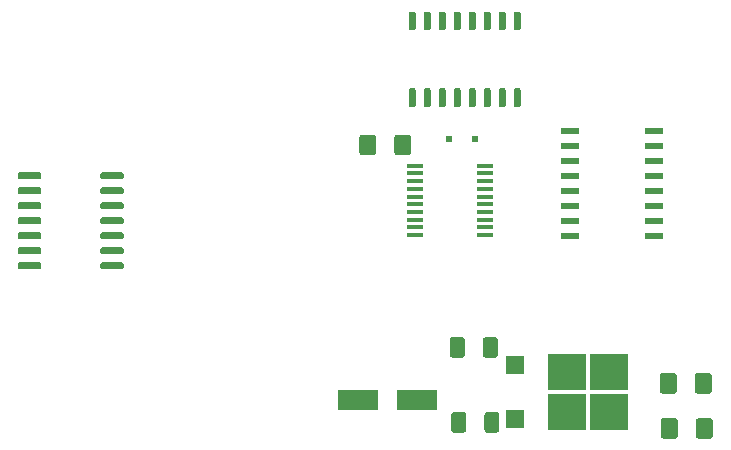
<source format=gbr>
%TF.GenerationSoftware,KiCad,Pcbnew,5.1.5+dfsg1-2build2*%
%TF.CreationDate,2021-08-22T09:56:49+02:00*%
%TF.ProjectId,sboxnet-weichenservo,73626f78-6e65-4742-9d77-65696368656e,rev?*%
%TF.SameCoordinates,Original*%
%TF.FileFunction,Paste,Top*%
%TF.FilePolarity,Positive*%
%FSLAX46Y46*%
G04 Gerber Fmt 4.6, Leading zero omitted, Abs format (unit mm)*
G04 Created by KiCad (PCBNEW 5.1.5+dfsg1-2build2) date 2021-08-22 09:56:49*
%MOMM*%
%LPD*%
G04 APERTURE LIST*
%ADD10C,0.100000*%
%ADD11R,1.450000X0.450000*%
%ADD12R,1.500000X0.600000*%
%ADD13R,0.500000X0.500000*%
%ADD14R,1.600000X1.500000*%
%ADD15R,3.200000X3.100000*%
%ADD16R,3.500000X1.800000*%
G04 APERTURE END LIST*
D10*
G36*
X34723303Y-134409622D02*
G01*
X34737864Y-134411782D01*
X34752143Y-134415359D01*
X34766003Y-134420318D01*
X34779310Y-134426612D01*
X34791936Y-134434180D01*
X34803759Y-134442948D01*
X34814666Y-134452834D01*
X34824552Y-134463741D01*
X34833320Y-134475564D01*
X34840888Y-134488190D01*
X34847182Y-134501497D01*
X34852141Y-134515357D01*
X34855718Y-134529636D01*
X34857878Y-134544197D01*
X34858600Y-134558900D01*
X34858600Y-134858900D01*
X34857878Y-134873603D01*
X34855718Y-134888164D01*
X34852141Y-134902443D01*
X34847182Y-134916303D01*
X34840888Y-134929610D01*
X34833320Y-134942236D01*
X34824552Y-134954059D01*
X34814666Y-134964966D01*
X34803759Y-134974852D01*
X34791936Y-134983620D01*
X34779310Y-134991188D01*
X34766003Y-134997482D01*
X34752143Y-135002441D01*
X34737864Y-135006018D01*
X34723303Y-135008178D01*
X34708600Y-135008900D01*
X33058600Y-135008900D01*
X33043897Y-135008178D01*
X33029336Y-135006018D01*
X33015057Y-135002441D01*
X33001197Y-134997482D01*
X32987890Y-134991188D01*
X32975264Y-134983620D01*
X32963441Y-134974852D01*
X32952534Y-134964966D01*
X32942648Y-134954059D01*
X32933880Y-134942236D01*
X32926312Y-134929610D01*
X32920018Y-134916303D01*
X32915059Y-134902443D01*
X32911482Y-134888164D01*
X32909322Y-134873603D01*
X32908600Y-134858900D01*
X32908600Y-134558900D01*
X32909322Y-134544197D01*
X32911482Y-134529636D01*
X32915059Y-134515357D01*
X32920018Y-134501497D01*
X32926312Y-134488190D01*
X32933880Y-134475564D01*
X32942648Y-134463741D01*
X32952534Y-134452834D01*
X32963441Y-134442948D01*
X32975264Y-134434180D01*
X32987890Y-134426612D01*
X33001197Y-134420318D01*
X33015057Y-134415359D01*
X33029336Y-134411782D01*
X33043897Y-134409622D01*
X33058600Y-134408900D01*
X34708600Y-134408900D01*
X34723303Y-134409622D01*
G37*
G36*
X34723303Y-135679622D02*
G01*
X34737864Y-135681782D01*
X34752143Y-135685359D01*
X34766003Y-135690318D01*
X34779310Y-135696612D01*
X34791936Y-135704180D01*
X34803759Y-135712948D01*
X34814666Y-135722834D01*
X34824552Y-135733741D01*
X34833320Y-135745564D01*
X34840888Y-135758190D01*
X34847182Y-135771497D01*
X34852141Y-135785357D01*
X34855718Y-135799636D01*
X34857878Y-135814197D01*
X34858600Y-135828900D01*
X34858600Y-136128900D01*
X34857878Y-136143603D01*
X34855718Y-136158164D01*
X34852141Y-136172443D01*
X34847182Y-136186303D01*
X34840888Y-136199610D01*
X34833320Y-136212236D01*
X34824552Y-136224059D01*
X34814666Y-136234966D01*
X34803759Y-136244852D01*
X34791936Y-136253620D01*
X34779310Y-136261188D01*
X34766003Y-136267482D01*
X34752143Y-136272441D01*
X34737864Y-136276018D01*
X34723303Y-136278178D01*
X34708600Y-136278900D01*
X33058600Y-136278900D01*
X33043897Y-136278178D01*
X33029336Y-136276018D01*
X33015057Y-136272441D01*
X33001197Y-136267482D01*
X32987890Y-136261188D01*
X32975264Y-136253620D01*
X32963441Y-136244852D01*
X32952534Y-136234966D01*
X32942648Y-136224059D01*
X32933880Y-136212236D01*
X32926312Y-136199610D01*
X32920018Y-136186303D01*
X32915059Y-136172443D01*
X32911482Y-136158164D01*
X32909322Y-136143603D01*
X32908600Y-136128900D01*
X32908600Y-135828900D01*
X32909322Y-135814197D01*
X32911482Y-135799636D01*
X32915059Y-135785357D01*
X32920018Y-135771497D01*
X32926312Y-135758190D01*
X32933880Y-135745564D01*
X32942648Y-135733741D01*
X32952534Y-135722834D01*
X32963441Y-135712948D01*
X32975264Y-135704180D01*
X32987890Y-135696612D01*
X33001197Y-135690318D01*
X33015057Y-135685359D01*
X33029336Y-135681782D01*
X33043897Y-135679622D01*
X33058600Y-135678900D01*
X34708600Y-135678900D01*
X34723303Y-135679622D01*
G37*
G36*
X34723303Y-136949622D02*
G01*
X34737864Y-136951782D01*
X34752143Y-136955359D01*
X34766003Y-136960318D01*
X34779310Y-136966612D01*
X34791936Y-136974180D01*
X34803759Y-136982948D01*
X34814666Y-136992834D01*
X34824552Y-137003741D01*
X34833320Y-137015564D01*
X34840888Y-137028190D01*
X34847182Y-137041497D01*
X34852141Y-137055357D01*
X34855718Y-137069636D01*
X34857878Y-137084197D01*
X34858600Y-137098900D01*
X34858600Y-137398900D01*
X34857878Y-137413603D01*
X34855718Y-137428164D01*
X34852141Y-137442443D01*
X34847182Y-137456303D01*
X34840888Y-137469610D01*
X34833320Y-137482236D01*
X34824552Y-137494059D01*
X34814666Y-137504966D01*
X34803759Y-137514852D01*
X34791936Y-137523620D01*
X34779310Y-137531188D01*
X34766003Y-137537482D01*
X34752143Y-137542441D01*
X34737864Y-137546018D01*
X34723303Y-137548178D01*
X34708600Y-137548900D01*
X33058600Y-137548900D01*
X33043897Y-137548178D01*
X33029336Y-137546018D01*
X33015057Y-137542441D01*
X33001197Y-137537482D01*
X32987890Y-137531188D01*
X32975264Y-137523620D01*
X32963441Y-137514852D01*
X32952534Y-137504966D01*
X32942648Y-137494059D01*
X32933880Y-137482236D01*
X32926312Y-137469610D01*
X32920018Y-137456303D01*
X32915059Y-137442443D01*
X32911482Y-137428164D01*
X32909322Y-137413603D01*
X32908600Y-137398900D01*
X32908600Y-137098900D01*
X32909322Y-137084197D01*
X32911482Y-137069636D01*
X32915059Y-137055357D01*
X32920018Y-137041497D01*
X32926312Y-137028190D01*
X32933880Y-137015564D01*
X32942648Y-137003741D01*
X32952534Y-136992834D01*
X32963441Y-136982948D01*
X32975264Y-136974180D01*
X32987890Y-136966612D01*
X33001197Y-136960318D01*
X33015057Y-136955359D01*
X33029336Y-136951782D01*
X33043897Y-136949622D01*
X33058600Y-136948900D01*
X34708600Y-136948900D01*
X34723303Y-136949622D01*
G37*
G36*
X34723303Y-138219622D02*
G01*
X34737864Y-138221782D01*
X34752143Y-138225359D01*
X34766003Y-138230318D01*
X34779310Y-138236612D01*
X34791936Y-138244180D01*
X34803759Y-138252948D01*
X34814666Y-138262834D01*
X34824552Y-138273741D01*
X34833320Y-138285564D01*
X34840888Y-138298190D01*
X34847182Y-138311497D01*
X34852141Y-138325357D01*
X34855718Y-138339636D01*
X34857878Y-138354197D01*
X34858600Y-138368900D01*
X34858600Y-138668900D01*
X34857878Y-138683603D01*
X34855718Y-138698164D01*
X34852141Y-138712443D01*
X34847182Y-138726303D01*
X34840888Y-138739610D01*
X34833320Y-138752236D01*
X34824552Y-138764059D01*
X34814666Y-138774966D01*
X34803759Y-138784852D01*
X34791936Y-138793620D01*
X34779310Y-138801188D01*
X34766003Y-138807482D01*
X34752143Y-138812441D01*
X34737864Y-138816018D01*
X34723303Y-138818178D01*
X34708600Y-138818900D01*
X33058600Y-138818900D01*
X33043897Y-138818178D01*
X33029336Y-138816018D01*
X33015057Y-138812441D01*
X33001197Y-138807482D01*
X32987890Y-138801188D01*
X32975264Y-138793620D01*
X32963441Y-138784852D01*
X32952534Y-138774966D01*
X32942648Y-138764059D01*
X32933880Y-138752236D01*
X32926312Y-138739610D01*
X32920018Y-138726303D01*
X32915059Y-138712443D01*
X32911482Y-138698164D01*
X32909322Y-138683603D01*
X32908600Y-138668900D01*
X32908600Y-138368900D01*
X32909322Y-138354197D01*
X32911482Y-138339636D01*
X32915059Y-138325357D01*
X32920018Y-138311497D01*
X32926312Y-138298190D01*
X32933880Y-138285564D01*
X32942648Y-138273741D01*
X32952534Y-138262834D01*
X32963441Y-138252948D01*
X32975264Y-138244180D01*
X32987890Y-138236612D01*
X33001197Y-138230318D01*
X33015057Y-138225359D01*
X33029336Y-138221782D01*
X33043897Y-138219622D01*
X33058600Y-138218900D01*
X34708600Y-138218900D01*
X34723303Y-138219622D01*
G37*
G36*
X34723303Y-139489622D02*
G01*
X34737864Y-139491782D01*
X34752143Y-139495359D01*
X34766003Y-139500318D01*
X34779310Y-139506612D01*
X34791936Y-139514180D01*
X34803759Y-139522948D01*
X34814666Y-139532834D01*
X34824552Y-139543741D01*
X34833320Y-139555564D01*
X34840888Y-139568190D01*
X34847182Y-139581497D01*
X34852141Y-139595357D01*
X34855718Y-139609636D01*
X34857878Y-139624197D01*
X34858600Y-139638900D01*
X34858600Y-139938900D01*
X34857878Y-139953603D01*
X34855718Y-139968164D01*
X34852141Y-139982443D01*
X34847182Y-139996303D01*
X34840888Y-140009610D01*
X34833320Y-140022236D01*
X34824552Y-140034059D01*
X34814666Y-140044966D01*
X34803759Y-140054852D01*
X34791936Y-140063620D01*
X34779310Y-140071188D01*
X34766003Y-140077482D01*
X34752143Y-140082441D01*
X34737864Y-140086018D01*
X34723303Y-140088178D01*
X34708600Y-140088900D01*
X33058600Y-140088900D01*
X33043897Y-140088178D01*
X33029336Y-140086018D01*
X33015057Y-140082441D01*
X33001197Y-140077482D01*
X32987890Y-140071188D01*
X32975264Y-140063620D01*
X32963441Y-140054852D01*
X32952534Y-140044966D01*
X32942648Y-140034059D01*
X32933880Y-140022236D01*
X32926312Y-140009610D01*
X32920018Y-139996303D01*
X32915059Y-139982443D01*
X32911482Y-139968164D01*
X32909322Y-139953603D01*
X32908600Y-139938900D01*
X32908600Y-139638900D01*
X32909322Y-139624197D01*
X32911482Y-139609636D01*
X32915059Y-139595357D01*
X32920018Y-139581497D01*
X32926312Y-139568190D01*
X32933880Y-139555564D01*
X32942648Y-139543741D01*
X32952534Y-139532834D01*
X32963441Y-139522948D01*
X32975264Y-139514180D01*
X32987890Y-139506612D01*
X33001197Y-139500318D01*
X33015057Y-139495359D01*
X33029336Y-139491782D01*
X33043897Y-139489622D01*
X33058600Y-139488900D01*
X34708600Y-139488900D01*
X34723303Y-139489622D01*
G37*
G36*
X34723303Y-140759622D02*
G01*
X34737864Y-140761782D01*
X34752143Y-140765359D01*
X34766003Y-140770318D01*
X34779310Y-140776612D01*
X34791936Y-140784180D01*
X34803759Y-140792948D01*
X34814666Y-140802834D01*
X34824552Y-140813741D01*
X34833320Y-140825564D01*
X34840888Y-140838190D01*
X34847182Y-140851497D01*
X34852141Y-140865357D01*
X34855718Y-140879636D01*
X34857878Y-140894197D01*
X34858600Y-140908900D01*
X34858600Y-141208900D01*
X34857878Y-141223603D01*
X34855718Y-141238164D01*
X34852141Y-141252443D01*
X34847182Y-141266303D01*
X34840888Y-141279610D01*
X34833320Y-141292236D01*
X34824552Y-141304059D01*
X34814666Y-141314966D01*
X34803759Y-141324852D01*
X34791936Y-141333620D01*
X34779310Y-141341188D01*
X34766003Y-141347482D01*
X34752143Y-141352441D01*
X34737864Y-141356018D01*
X34723303Y-141358178D01*
X34708600Y-141358900D01*
X33058600Y-141358900D01*
X33043897Y-141358178D01*
X33029336Y-141356018D01*
X33015057Y-141352441D01*
X33001197Y-141347482D01*
X32987890Y-141341188D01*
X32975264Y-141333620D01*
X32963441Y-141324852D01*
X32952534Y-141314966D01*
X32942648Y-141304059D01*
X32933880Y-141292236D01*
X32926312Y-141279610D01*
X32920018Y-141266303D01*
X32915059Y-141252443D01*
X32911482Y-141238164D01*
X32909322Y-141223603D01*
X32908600Y-141208900D01*
X32908600Y-140908900D01*
X32909322Y-140894197D01*
X32911482Y-140879636D01*
X32915059Y-140865357D01*
X32920018Y-140851497D01*
X32926312Y-140838190D01*
X32933880Y-140825564D01*
X32942648Y-140813741D01*
X32952534Y-140802834D01*
X32963441Y-140792948D01*
X32975264Y-140784180D01*
X32987890Y-140776612D01*
X33001197Y-140770318D01*
X33015057Y-140765359D01*
X33029336Y-140761782D01*
X33043897Y-140759622D01*
X33058600Y-140758900D01*
X34708600Y-140758900D01*
X34723303Y-140759622D01*
G37*
G36*
X34723303Y-142029622D02*
G01*
X34737864Y-142031782D01*
X34752143Y-142035359D01*
X34766003Y-142040318D01*
X34779310Y-142046612D01*
X34791936Y-142054180D01*
X34803759Y-142062948D01*
X34814666Y-142072834D01*
X34824552Y-142083741D01*
X34833320Y-142095564D01*
X34840888Y-142108190D01*
X34847182Y-142121497D01*
X34852141Y-142135357D01*
X34855718Y-142149636D01*
X34857878Y-142164197D01*
X34858600Y-142178900D01*
X34858600Y-142478900D01*
X34857878Y-142493603D01*
X34855718Y-142508164D01*
X34852141Y-142522443D01*
X34847182Y-142536303D01*
X34840888Y-142549610D01*
X34833320Y-142562236D01*
X34824552Y-142574059D01*
X34814666Y-142584966D01*
X34803759Y-142594852D01*
X34791936Y-142603620D01*
X34779310Y-142611188D01*
X34766003Y-142617482D01*
X34752143Y-142622441D01*
X34737864Y-142626018D01*
X34723303Y-142628178D01*
X34708600Y-142628900D01*
X33058600Y-142628900D01*
X33043897Y-142628178D01*
X33029336Y-142626018D01*
X33015057Y-142622441D01*
X33001197Y-142617482D01*
X32987890Y-142611188D01*
X32975264Y-142603620D01*
X32963441Y-142594852D01*
X32952534Y-142584966D01*
X32942648Y-142574059D01*
X32933880Y-142562236D01*
X32926312Y-142549610D01*
X32920018Y-142536303D01*
X32915059Y-142522443D01*
X32911482Y-142508164D01*
X32909322Y-142493603D01*
X32908600Y-142478900D01*
X32908600Y-142178900D01*
X32909322Y-142164197D01*
X32911482Y-142149636D01*
X32915059Y-142135357D01*
X32920018Y-142121497D01*
X32926312Y-142108190D01*
X32933880Y-142095564D01*
X32942648Y-142083741D01*
X32952534Y-142072834D01*
X32963441Y-142062948D01*
X32975264Y-142054180D01*
X32987890Y-142046612D01*
X33001197Y-142040318D01*
X33015057Y-142035359D01*
X33029336Y-142031782D01*
X33043897Y-142029622D01*
X33058600Y-142028900D01*
X34708600Y-142028900D01*
X34723303Y-142029622D01*
G37*
G36*
X27738303Y-142029622D02*
G01*
X27752864Y-142031782D01*
X27767143Y-142035359D01*
X27781003Y-142040318D01*
X27794310Y-142046612D01*
X27806936Y-142054180D01*
X27818759Y-142062948D01*
X27829666Y-142072834D01*
X27839552Y-142083741D01*
X27848320Y-142095564D01*
X27855888Y-142108190D01*
X27862182Y-142121497D01*
X27867141Y-142135357D01*
X27870718Y-142149636D01*
X27872878Y-142164197D01*
X27873600Y-142178900D01*
X27873600Y-142478900D01*
X27872878Y-142493603D01*
X27870718Y-142508164D01*
X27867141Y-142522443D01*
X27862182Y-142536303D01*
X27855888Y-142549610D01*
X27848320Y-142562236D01*
X27839552Y-142574059D01*
X27829666Y-142584966D01*
X27818759Y-142594852D01*
X27806936Y-142603620D01*
X27794310Y-142611188D01*
X27781003Y-142617482D01*
X27767143Y-142622441D01*
X27752864Y-142626018D01*
X27738303Y-142628178D01*
X27723600Y-142628900D01*
X26073600Y-142628900D01*
X26058897Y-142628178D01*
X26044336Y-142626018D01*
X26030057Y-142622441D01*
X26016197Y-142617482D01*
X26002890Y-142611188D01*
X25990264Y-142603620D01*
X25978441Y-142594852D01*
X25967534Y-142584966D01*
X25957648Y-142574059D01*
X25948880Y-142562236D01*
X25941312Y-142549610D01*
X25935018Y-142536303D01*
X25930059Y-142522443D01*
X25926482Y-142508164D01*
X25924322Y-142493603D01*
X25923600Y-142478900D01*
X25923600Y-142178900D01*
X25924322Y-142164197D01*
X25926482Y-142149636D01*
X25930059Y-142135357D01*
X25935018Y-142121497D01*
X25941312Y-142108190D01*
X25948880Y-142095564D01*
X25957648Y-142083741D01*
X25967534Y-142072834D01*
X25978441Y-142062948D01*
X25990264Y-142054180D01*
X26002890Y-142046612D01*
X26016197Y-142040318D01*
X26030057Y-142035359D01*
X26044336Y-142031782D01*
X26058897Y-142029622D01*
X26073600Y-142028900D01*
X27723600Y-142028900D01*
X27738303Y-142029622D01*
G37*
G36*
X27738303Y-140759622D02*
G01*
X27752864Y-140761782D01*
X27767143Y-140765359D01*
X27781003Y-140770318D01*
X27794310Y-140776612D01*
X27806936Y-140784180D01*
X27818759Y-140792948D01*
X27829666Y-140802834D01*
X27839552Y-140813741D01*
X27848320Y-140825564D01*
X27855888Y-140838190D01*
X27862182Y-140851497D01*
X27867141Y-140865357D01*
X27870718Y-140879636D01*
X27872878Y-140894197D01*
X27873600Y-140908900D01*
X27873600Y-141208900D01*
X27872878Y-141223603D01*
X27870718Y-141238164D01*
X27867141Y-141252443D01*
X27862182Y-141266303D01*
X27855888Y-141279610D01*
X27848320Y-141292236D01*
X27839552Y-141304059D01*
X27829666Y-141314966D01*
X27818759Y-141324852D01*
X27806936Y-141333620D01*
X27794310Y-141341188D01*
X27781003Y-141347482D01*
X27767143Y-141352441D01*
X27752864Y-141356018D01*
X27738303Y-141358178D01*
X27723600Y-141358900D01*
X26073600Y-141358900D01*
X26058897Y-141358178D01*
X26044336Y-141356018D01*
X26030057Y-141352441D01*
X26016197Y-141347482D01*
X26002890Y-141341188D01*
X25990264Y-141333620D01*
X25978441Y-141324852D01*
X25967534Y-141314966D01*
X25957648Y-141304059D01*
X25948880Y-141292236D01*
X25941312Y-141279610D01*
X25935018Y-141266303D01*
X25930059Y-141252443D01*
X25926482Y-141238164D01*
X25924322Y-141223603D01*
X25923600Y-141208900D01*
X25923600Y-140908900D01*
X25924322Y-140894197D01*
X25926482Y-140879636D01*
X25930059Y-140865357D01*
X25935018Y-140851497D01*
X25941312Y-140838190D01*
X25948880Y-140825564D01*
X25957648Y-140813741D01*
X25967534Y-140802834D01*
X25978441Y-140792948D01*
X25990264Y-140784180D01*
X26002890Y-140776612D01*
X26016197Y-140770318D01*
X26030057Y-140765359D01*
X26044336Y-140761782D01*
X26058897Y-140759622D01*
X26073600Y-140758900D01*
X27723600Y-140758900D01*
X27738303Y-140759622D01*
G37*
G36*
X27738303Y-139489622D02*
G01*
X27752864Y-139491782D01*
X27767143Y-139495359D01*
X27781003Y-139500318D01*
X27794310Y-139506612D01*
X27806936Y-139514180D01*
X27818759Y-139522948D01*
X27829666Y-139532834D01*
X27839552Y-139543741D01*
X27848320Y-139555564D01*
X27855888Y-139568190D01*
X27862182Y-139581497D01*
X27867141Y-139595357D01*
X27870718Y-139609636D01*
X27872878Y-139624197D01*
X27873600Y-139638900D01*
X27873600Y-139938900D01*
X27872878Y-139953603D01*
X27870718Y-139968164D01*
X27867141Y-139982443D01*
X27862182Y-139996303D01*
X27855888Y-140009610D01*
X27848320Y-140022236D01*
X27839552Y-140034059D01*
X27829666Y-140044966D01*
X27818759Y-140054852D01*
X27806936Y-140063620D01*
X27794310Y-140071188D01*
X27781003Y-140077482D01*
X27767143Y-140082441D01*
X27752864Y-140086018D01*
X27738303Y-140088178D01*
X27723600Y-140088900D01*
X26073600Y-140088900D01*
X26058897Y-140088178D01*
X26044336Y-140086018D01*
X26030057Y-140082441D01*
X26016197Y-140077482D01*
X26002890Y-140071188D01*
X25990264Y-140063620D01*
X25978441Y-140054852D01*
X25967534Y-140044966D01*
X25957648Y-140034059D01*
X25948880Y-140022236D01*
X25941312Y-140009610D01*
X25935018Y-139996303D01*
X25930059Y-139982443D01*
X25926482Y-139968164D01*
X25924322Y-139953603D01*
X25923600Y-139938900D01*
X25923600Y-139638900D01*
X25924322Y-139624197D01*
X25926482Y-139609636D01*
X25930059Y-139595357D01*
X25935018Y-139581497D01*
X25941312Y-139568190D01*
X25948880Y-139555564D01*
X25957648Y-139543741D01*
X25967534Y-139532834D01*
X25978441Y-139522948D01*
X25990264Y-139514180D01*
X26002890Y-139506612D01*
X26016197Y-139500318D01*
X26030057Y-139495359D01*
X26044336Y-139491782D01*
X26058897Y-139489622D01*
X26073600Y-139488900D01*
X27723600Y-139488900D01*
X27738303Y-139489622D01*
G37*
G36*
X27738303Y-138219622D02*
G01*
X27752864Y-138221782D01*
X27767143Y-138225359D01*
X27781003Y-138230318D01*
X27794310Y-138236612D01*
X27806936Y-138244180D01*
X27818759Y-138252948D01*
X27829666Y-138262834D01*
X27839552Y-138273741D01*
X27848320Y-138285564D01*
X27855888Y-138298190D01*
X27862182Y-138311497D01*
X27867141Y-138325357D01*
X27870718Y-138339636D01*
X27872878Y-138354197D01*
X27873600Y-138368900D01*
X27873600Y-138668900D01*
X27872878Y-138683603D01*
X27870718Y-138698164D01*
X27867141Y-138712443D01*
X27862182Y-138726303D01*
X27855888Y-138739610D01*
X27848320Y-138752236D01*
X27839552Y-138764059D01*
X27829666Y-138774966D01*
X27818759Y-138784852D01*
X27806936Y-138793620D01*
X27794310Y-138801188D01*
X27781003Y-138807482D01*
X27767143Y-138812441D01*
X27752864Y-138816018D01*
X27738303Y-138818178D01*
X27723600Y-138818900D01*
X26073600Y-138818900D01*
X26058897Y-138818178D01*
X26044336Y-138816018D01*
X26030057Y-138812441D01*
X26016197Y-138807482D01*
X26002890Y-138801188D01*
X25990264Y-138793620D01*
X25978441Y-138784852D01*
X25967534Y-138774966D01*
X25957648Y-138764059D01*
X25948880Y-138752236D01*
X25941312Y-138739610D01*
X25935018Y-138726303D01*
X25930059Y-138712443D01*
X25926482Y-138698164D01*
X25924322Y-138683603D01*
X25923600Y-138668900D01*
X25923600Y-138368900D01*
X25924322Y-138354197D01*
X25926482Y-138339636D01*
X25930059Y-138325357D01*
X25935018Y-138311497D01*
X25941312Y-138298190D01*
X25948880Y-138285564D01*
X25957648Y-138273741D01*
X25967534Y-138262834D01*
X25978441Y-138252948D01*
X25990264Y-138244180D01*
X26002890Y-138236612D01*
X26016197Y-138230318D01*
X26030057Y-138225359D01*
X26044336Y-138221782D01*
X26058897Y-138219622D01*
X26073600Y-138218900D01*
X27723600Y-138218900D01*
X27738303Y-138219622D01*
G37*
G36*
X27738303Y-136949622D02*
G01*
X27752864Y-136951782D01*
X27767143Y-136955359D01*
X27781003Y-136960318D01*
X27794310Y-136966612D01*
X27806936Y-136974180D01*
X27818759Y-136982948D01*
X27829666Y-136992834D01*
X27839552Y-137003741D01*
X27848320Y-137015564D01*
X27855888Y-137028190D01*
X27862182Y-137041497D01*
X27867141Y-137055357D01*
X27870718Y-137069636D01*
X27872878Y-137084197D01*
X27873600Y-137098900D01*
X27873600Y-137398900D01*
X27872878Y-137413603D01*
X27870718Y-137428164D01*
X27867141Y-137442443D01*
X27862182Y-137456303D01*
X27855888Y-137469610D01*
X27848320Y-137482236D01*
X27839552Y-137494059D01*
X27829666Y-137504966D01*
X27818759Y-137514852D01*
X27806936Y-137523620D01*
X27794310Y-137531188D01*
X27781003Y-137537482D01*
X27767143Y-137542441D01*
X27752864Y-137546018D01*
X27738303Y-137548178D01*
X27723600Y-137548900D01*
X26073600Y-137548900D01*
X26058897Y-137548178D01*
X26044336Y-137546018D01*
X26030057Y-137542441D01*
X26016197Y-137537482D01*
X26002890Y-137531188D01*
X25990264Y-137523620D01*
X25978441Y-137514852D01*
X25967534Y-137504966D01*
X25957648Y-137494059D01*
X25948880Y-137482236D01*
X25941312Y-137469610D01*
X25935018Y-137456303D01*
X25930059Y-137442443D01*
X25926482Y-137428164D01*
X25924322Y-137413603D01*
X25923600Y-137398900D01*
X25923600Y-137098900D01*
X25924322Y-137084197D01*
X25926482Y-137069636D01*
X25930059Y-137055357D01*
X25935018Y-137041497D01*
X25941312Y-137028190D01*
X25948880Y-137015564D01*
X25957648Y-137003741D01*
X25967534Y-136992834D01*
X25978441Y-136982948D01*
X25990264Y-136974180D01*
X26002890Y-136966612D01*
X26016197Y-136960318D01*
X26030057Y-136955359D01*
X26044336Y-136951782D01*
X26058897Y-136949622D01*
X26073600Y-136948900D01*
X27723600Y-136948900D01*
X27738303Y-136949622D01*
G37*
G36*
X27738303Y-135679622D02*
G01*
X27752864Y-135681782D01*
X27767143Y-135685359D01*
X27781003Y-135690318D01*
X27794310Y-135696612D01*
X27806936Y-135704180D01*
X27818759Y-135712948D01*
X27829666Y-135722834D01*
X27839552Y-135733741D01*
X27848320Y-135745564D01*
X27855888Y-135758190D01*
X27862182Y-135771497D01*
X27867141Y-135785357D01*
X27870718Y-135799636D01*
X27872878Y-135814197D01*
X27873600Y-135828900D01*
X27873600Y-136128900D01*
X27872878Y-136143603D01*
X27870718Y-136158164D01*
X27867141Y-136172443D01*
X27862182Y-136186303D01*
X27855888Y-136199610D01*
X27848320Y-136212236D01*
X27839552Y-136224059D01*
X27829666Y-136234966D01*
X27818759Y-136244852D01*
X27806936Y-136253620D01*
X27794310Y-136261188D01*
X27781003Y-136267482D01*
X27767143Y-136272441D01*
X27752864Y-136276018D01*
X27738303Y-136278178D01*
X27723600Y-136278900D01*
X26073600Y-136278900D01*
X26058897Y-136278178D01*
X26044336Y-136276018D01*
X26030057Y-136272441D01*
X26016197Y-136267482D01*
X26002890Y-136261188D01*
X25990264Y-136253620D01*
X25978441Y-136244852D01*
X25967534Y-136234966D01*
X25957648Y-136224059D01*
X25948880Y-136212236D01*
X25941312Y-136199610D01*
X25935018Y-136186303D01*
X25930059Y-136172443D01*
X25926482Y-136158164D01*
X25924322Y-136143603D01*
X25923600Y-136128900D01*
X25923600Y-135828900D01*
X25924322Y-135814197D01*
X25926482Y-135799636D01*
X25930059Y-135785357D01*
X25935018Y-135771497D01*
X25941312Y-135758190D01*
X25948880Y-135745564D01*
X25957648Y-135733741D01*
X25967534Y-135722834D01*
X25978441Y-135712948D01*
X25990264Y-135704180D01*
X26002890Y-135696612D01*
X26016197Y-135690318D01*
X26030057Y-135685359D01*
X26044336Y-135681782D01*
X26058897Y-135679622D01*
X26073600Y-135678900D01*
X27723600Y-135678900D01*
X27738303Y-135679622D01*
G37*
G36*
X27738303Y-134409622D02*
G01*
X27752864Y-134411782D01*
X27767143Y-134415359D01*
X27781003Y-134420318D01*
X27794310Y-134426612D01*
X27806936Y-134434180D01*
X27818759Y-134442948D01*
X27829666Y-134452834D01*
X27839552Y-134463741D01*
X27848320Y-134475564D01*
X27855888Y-134488190D01*
X27862182Y-134501497D01*
X27867141Y-134515357D01*
X27870718Y-134529636D01*
X27872878Y-134544197D01*
X27873600Y-134558900D01*
X27873600Y-134858900D01*
X27872878Y-134873603D01*
X27870718Y-134888164D01*
X27867141Y-134902443D01*
X27862182Y-134916303D01*
X27855888Y-134929610D01*
X27848320Y-134942236D01*
X27839552Y-134954059D01*
X27829666Y-134964966D01*
X27818759Y-134974852D01*
X27806936Y-134983620D01*
X27794310Y-134991188D01*
X27781003Y-134997482D01*
X27767143Y-135002441D01*
X27752864Y-135006018D01*
X27738303Y-135008178D01*
X27723600Y-135008900D01*
X26073600Y-135008900D01*
X26058897Y-135008178D01*
X26044336Y-135006018D01*
X26030057Y-135002441D01*
X26016197Y-134997482D01*
X26002890Y-134991188D01*
X25990264Y-134983620D01*
X25978441Y-134974852D01*
X25967534Y-134964966D01*
X25957648Y-134954059D01*
X25948880Y-134942236D01*
X25941312Y-134929610D01*
X25935018Y-134916303D01*
X25930059Y-134902443D01*
X25926482Y-134888164D01*
X25924322Y-134873603D01*
X25923600Y-134858900D01*
X25923600Y-134558900D01*
X25924322Y-134544197D01*
X25926482Y-134529636D01*
X25930059Y-134515357D01*
X25935018Y-134501497D01*
X25941312Y-134488190D01*
X25948880Y-134475564D01*
X25957648Y-134463741D01*
X25967534Y-134452834D01*
X25978441Y-134442948D01*
X25990264Y-134434180D01*
X26002890Y-134426612D01*
X26016197Y-134420318D01*
X26030057Y-134415359D01*
X26044336Y-134411782D01*
X26058897Y-134409622D01*
X26073600Y-134408900D01*
X27723600Y-134408900D01*
X27738303Y-134409622D01*
G37*
D11*
X65434000Y-133854000D03*
X65434000Y-134504000D03*
X65434000Y-135154000D03*
X65434000Y-135804000D03*
X65434000Y-136454000D03*
X65434000Y-137104000D03*
X65434000Y-137754000D03*
X65434000Y-138404000D03*
X65434000Y-139054000D03*
X65434000Y-139704000D03*
X59534000Y-139704000D03*
X59534000Y-139054000D03*
X59534000Y-138404000D03*
X59534000Y-137754000D03*
X59534000Y-137104000D03*
X59534000Y-136454000D03*
X59534000Y-135804000D03*
X59534000Y-135154000D03*
X59534000Y-134504000D03*
X59534000Y-133854000D03*
D12*
X79750000Y-130937000D03*
X79750000Y-132207000D03*
X79750000Y-133477000D03*
X79750000Y-134747000D03*
X79750000Y-136017000D03*
X79750000Y-137287000D03*
X79750000Y-138557000D03*
X79750000Y-139827000D03*
X72650000Y-139827000D03*
X72650000Y-138557000D03*
X72650000Y-137287000D03*
X72650000Y-136017000D03*
X72650000Y-134747000D03*
X72650000Y-133477000D03*
X72650000Y-132207000D03*
X72650000Y-130937000D03*
D10*
G36*
X56022504Y-131206204D02*
G01*
X56046773Y-131209804D01*
X56070571Y-131215765D01*
X56093671Y-131224030D01*
X56115849Y-131234520D01*
X56136893Y-131247133D01*
X56156598Y-131261747D01*
X56174777Y-131278223D01*
X56191253Y-131296402D01*
X56205867Y-131316107D01*
X56218480Y-131337151D01*
X56228970Y-131359329D01*
X56237235Y-131382429D01*
X56243196Y-131406227D01*
X56246796Y-131430496D01*
X56248000Y-131455000D01*
X56248000Y-132705000D01*
X56246796Y-132729504D01*
X56243196Y-132753773D01*
X56237235Y-132777571D01*
X56228970Y-132800671D01*
X56218480Y-132822849D01*
X56205867Y-132843893D01*
X56191253Y-132863598D01*
X56174777Y-132881777D01*
X56156598Y-132898253D01*
X56136893Y-132912867D01*
X56115849Y-132925480D01*
X56093671Y-132935970D01*
X56070571Y-132944235D01*
X56046773Y-132950196D01*
X56022504Y-132953796D01*
X55998000Y-132955000D01*
X55073000Y-132955000D01*
X55048496Y-132953796D01*
X55024227Y-132950196D01*
X55000429Y-132944235D01*
X54977329Y-132935970D01*
X54955151Y-132925480D01*
X54934107Y-132912867D01*
X54914402Y-132898253D01*
X54896223Y-132881777D01*
X54879747Y-132863598D01*
X54865133Y-132843893D01*
X54852520Y-132822849D01*
X54842030Y-132800671D01*
X54833765Y-132777571D01*
X54827804Y-132753773D01*
X54824204Y-132729504D01*
X54823000Y-132705000D01*
X54823000Y-131455000D01*
X54824204Y-131430496D01*
X54827804Y-131406227D01*
X54833765Y-131382429D01*
X54842030Y-131359329D01*
X54852520Y-131337151D01*
X54865133Y-131316107D01*
X54879747Y-131296402D01*
X54896223Y-131278223D01*
X54914402Y-131261747D01*
X54934107Y-131247133D01*
X54955151Y-131234520D01*
X54977329Y-131224030D01*
X55000429Y-131215765D01*
X55024227Y-131209804D01*
X55048496Y-131206204D01*
X55073000Y-131205000D01*
X55998000Y-131205000D01*
X56022504Y-131206204D01*
G37*
G36*
X58997504Y-131206204D02*
G01*
X59021773Y-131209804D01*
X59045571Y-131215765D01*
X59068671Y-131224030D01*
X59090849Y-131234520D01*
X59111893Y-131247133D01*
X59131598Y-131261747D01*
X59149777Y-131278223D01*
X59166253Y-131296402D01*
X59180867Y-131316107D01*
X59193480Y-131337151D01*
X59203970Y-131359329D01*
X59212235Y-131382429D01*
X59218196Y-131406227D01*
X59221796Y-131430496D01*
X59223000Y-131455000D01*
X59223000Y-132705000D01*
X59221796Y-132729504D01*
X59218196Y-132753773D01*
X59212235Y-132777571D01*
X59203970Y-132800671D01*
X59193480Y-132822849D01*
X59180867Y-132843893D01*
X59166253Y-132863598D01*
X59149777Y-132881777D01*
X59131598Y-132898253D01*
X59111893Y-132912867D01*
X59090849Y-132925480D01*
X59068671Y-132935970D01*
X59045571Y-132944235D01*
X59021773Y-132950196D01*
X58997504Y-132953796D01*
X58973000Y-132955000D01*
X58048000Y-132955000D01*
X58023496Y-132953796D01*
X57999227Y-132950196D01*
X57975429Y-132944235D01*
X57952329Y-132935970D01*
X57930151Y-132925480D01*
X57909107Y-132912867D01*
X57889402Y-132898253D01*
X57871223Y-132881777D01*
X57854747Y-132863598D01*
X57840133Y-132843893D01*
X57827520Y-132822849D01*
X57817030Y-132800671D01*
X57808765Y-132777571D01*
X57802804Y-132753773D01*
X57799204Y-132729504D01*
X57798000Y-132705000D01*
X57798000Y-131455000D01*
X57799204Y-131430496D01*
X57802804Y-131406227D01*
X57808765Y-131382429D01*
X57817030Y-131359329D01*
X57827520Y-131337151D01*
X57840133Y-131316107D01*
X57854747Y-131296402D01*
X57871223Y-131278223D01*
X57889402Y-131261747D01*
X57909107Y-131247133D01*
X57930151Y-131234520D01*
X57952329Y-131224030D01*
X57975429Y-131215765D01*
X57999227Y-131209804D01*
X58023496Y-131206204D01*
X58048000Y-131205000D01*
X58973000Y-131205000D01*
X58997504Y-131206204D01*
G37*
G36*
X84434004Y-151399204D02*
G01*
X84458273Y-151402804D01*
X84482071Y-151408765D01*
X84505171Y-151417030D01*
X84527349Y-151427520D01*
X84548393Y-151440133D01*
X84568098Y-151454747D01*
X84586277Y-151471223D01*
X84602753Y-151489402D01*
X84617367Y-151509107D01*
X84629980Y-151530151D01*
X84640470Y-151552329D01*
X84648735Y-151575429D01*
X84654696Y-151599227D01*
X84658296Y-151623496D01*
X84659500Y-151648000D01*
X84659500Y-152898000D01*
X84658296Y-152922504D01*
X84654696Y-152946773D01*
X84648735Y-152970571D01*
X84640470Y-152993671D01*
X84629980Y-153015849D01*
X84617367Y-153036893D01*
X84602753Y-153056598D01*
X84586277Y-153074777D01*
X84568098Y-153091253D01*
X84548393Y-153105867D01*
X84527349Y-153118480D01*
X84505171Y-153128970D01*
X84482071Y-153137235D01*
X84458273Y-153143196D01*
X84434004Y-153146796D01*
X84409500Y-153148000D01*
X83484500Y-153148000D01*
X83459996Y-153146796D01*
X83435727Y-153143196D01*
X83411929Y-153137235D01*
X83388829Y-153128970D01*
X83366651Y-153118480D01*
X83345607Y-153105867D01*
X83325902Y-153091253D01*
X83307723Y-153074777D01*
X83291247Y-153056598D01*
X83276633Y-153036893D01*
X83264020Y-153015849D01*
X83253530Y-152993671D01*
X83245265Y-152970571D01*
X83239304Y-152946773D01*
X83235704Y-152922504D01*
X83234500Y-152898000D01*
X83234500Y-151648000D01*
X83235704Y-151623496D01*
X83239304Y-151599227D01*
X83245265Y-151575429D01*
X83253530Y-151552329D01*
X83264020Y-151530151D01*
X83276633Y-151509107D01*
X83291247Y-151489402D01*
X83307723Y-151471223D01*
X83325902Y-151454747D01*
X83345607Y-151440133D01*
X83366651Y-151427520D01*
X83388829Y-151417030D01*
X83411929Y-151408765D01*
X83435727Y-151402804D01*
X83459996Y-151399204D01*
X83484500Y-151398000D01*
X84409500Y-151398000D01*
X84434004Y-151399204D01*
G37*
G36*
X81459004Y-151399204D02*
G01*
X81483273Y-151402804D01*
X81507071Y-151408765D01*
X81530171Y-151417030D01*
X81552349Y-151427520D01*
X81573393Y-151440133D01*
X81593098Y-151454747D01*
X81611277Y-151471223D01*
X81627753Y-151489402D01*
X81642367Y-151509107D01*
X81654980Y-151530151D01*
X81665470Y-151552329D01*
X81673735Y-151575429D01*
X81679696Y-151599227D01*
X81683296Y-151623496D01*
X81684500Y-151648000D01*
X81684500Y-152898000D01*
X81683296Y-152922504D01*
X81679696Y-152946773D01*
X81673735Y-152970571D01*
X81665470Y-152993671D01*
X81654980Y-153015849D01*
X81642367Y-153036893D01*
X81627753Y-153056598D01*
X81611277Y-153074777D01*
X81593098Y-153091253D01*
X81573393Y-153105867D01*
X81552349Y-153118480D01*
X81530171Y-153128970D01*
X81507071Y-153137235D01*
X81483273Y-153143196D01*
X81459004Y-153146796D01*
X81434500Y-153148000D01*
X80509500Y-153148000D01*
X80484996Y-153146796D01*
X80460727Y-153143196D01*
X80436929Y-153137235D01*
X80413829Y-153128970D01*
X80391651Y-153118480D01*
X80370607Y-153105867D01*
X80350902Y-153091253D01*
X80332723Y-153074777D01*
X80316247Y-153056598D01*
X80301633Y-153036893D01*
X80289020Y-153015849D01*
X80278530Y-152993671D01*
X80270265Y-152970571D01*
X80264304Y-152946773D01*
X80260704Y-152922504D01*
X80259500Y-152898000D01*
X80259500Y-151648000D01*
X80260704Y-151623496D01*
X80264304Y-151599227D01*
X80270265Y-151575429D01*
X80278530Y-151552329D01*
X80289020Y-151530151D01*
X80301633Y-151509107D01*
X80316247Y-151489402D01*
X80332723Y-151471223D01*
X80350902Y-151454747D01*
X80370607Y-151440133D01*
X80391651Y-151427520D01*
X80413829Y-151417030D01*
X80436929Y-151408765D01*
X80460727Y-151402804D01*
X80484996Y-151399204D01*
X80509500Y-151398000D01*
X81434500Y-151398000D01*
X81459004Y-151399204D01*
G37*
D13*
X62400000Y-131572000D03*
X64600000Y-131572000D03*
D10*
G36*
X84524504Y-155209204D02*
G01*
X84548773Y-155212804D01*
X84572571Y-155218765D01*
X84595671Y-155227030D01*
X84617849Y-155237520D01*
X84638893Y-155250133D01*
X84658598Y-155264747D01*
X84676777Y-155281223D01*
X84693253Y-155299402D01*
X84707867Y-155319107D01*
X84720480Y-155340151D01*
X84730970Y-155362329D01*
X84739235Y-155385429D01*
X84745196Y-155409227D01*
X84748796Y-155433496D01*
X84750000Y-155458000D01*
X84750000Y-156708000D01*
X84748796Y-156732504D01*
X84745196Y-156756773D01*
X84739235Y-156780571D01*
X84730970Y-156803671D01*
X84720480Y-156825849D01*
X84707867Y-156846893D01*
X84693253Y-156866598D01*
X84676777Y-156884777D01*
X84658598Y-156901253D01*
X84638893Y-156915867D01*
X84617849Y-156928480D01*
X84595671Y-156938970D01*
X84572571Y-156947235D01*
X84548773Y-156953196D01*
X84524504Y-156956796D01*
X84500000Y-156958000D01*
X83575000Y-156958000D01*
X83550496Y-156956796D01*
X83526227Y-156953196D01*
X83502429Y-156947235D01*
X83479329Y-156938970D01*
X83457151Y-156928480D01*
X83436107Y-156915867D01*
X83416402Y-156901253D01*
X83398223Y-156884777D01*
X83381747Y-156866598D01*
X83367133Y-156846893D01*
X83354520Y-156825849D01*
X83344030Y-156803671D01*
X83335765Y-156780571D01*
X83329804Y-156756773D01*
X83326204Y-156732504D01*
X83325000Y-156708000D01*
X83325000Y-155458000D01*
X83326204Y-155433496D01*
X83329804Y-155409227D01*
X83335765Y-155385429D01*
X83344030Y-155362329D01*
X83354520Y-155340151D01*
X83367133Y-155319107D01*
X83381747Y-155299402D01*
X83398223Y-155281223D01*
X83416402Y-155264747D01*
X83436107Y-155250133D01*
X83457151Y-155237520D01*
X83479329Y-155227030D01*
X83502429Y-155218765D01*
X83526227Y-155212804D01*
X83550496Y-155209204D01*
X83575000Y-155208000D01*
X84500000Y-155208000D01*
X84524504Y-155209204D01*
G37*
G36*
X81549504Y-155209204D02*
G01*
X81573773Y-155212804D01*
X81597571Y-155218765D01*
X81620671Y-155227030D01*
X81642849Y-155237520D01*
X81663893Y-155250133D01*
X81683598Y-155264747D01*
X81701777Y-155281223D01*
X81718253Y-155299402D01*
X81732867Y-155319107D01*
X81745480Y-155340151D01*
X81755970Y-155362329D01*
X81764235Y-155385429D01*
X81770196Y-155409227D01*
X81773796Y-155433496D01*
X81775000Y-155458000D01*
X81775000Y-156708000D01*
X81773796Y-156732504D01*
X81770196Y-156756773D01*
X81764235Y-156780571D01*
X81755970Y-156803671D01*
X81745480Y-156825849D01*
X81732867Y-156846893D01*
X81718253Y-156866598D01*
X81701777Y-156884777D01*
X81683598Y-156901253D01*
X81663893Y-156915867D01*
X81642849Y-156928480D01*
X81620671Y-156938970D01*
X81597571Y-156947235D01*
X81573773Y-156953196D01*
X81549504Y-156956796D01*
X81525000Y-156958000D01*
X80600000Y-156958000D01*
X80575496Y-156956796D01*
X80551227Y-156953196D01*
X80527429Y-156947235D01*
X80504329Y-156938970D01*
X80482151Y-156928480D01*
X80461107Y-156915867D01*
X80441402Y-156901253D01*
X80423223Y-156884777D01*
X80406747Y-156866598D01*
X80392133Y-156846893D01*
X80379520Y-156825849D01*
X80369030Y-156803671D01*
X80360765Y-156780571D01*
X80354804Y-156756773D01*
X80351204Y-156732504D01*
X80350000Y-156708000D01*
X80350000Y-155458000D01*
X80351204Y-155433496D01*
X80354804Y-155409227D01*
X80360765Y-155385429D01*
X80369030Y-155362329D01*
X80379520Y-155340151D01*
X80392133Y-155319107D01*
X80406747Y-155299402D01*
X80423223Y-155281223D01*
X80441402Y-155264747D01*
X80461107Y-155250133D01*
X80482151Y-155237520D01*
X80504329Y-155227030D01*
X80527429Y-155218765D01*
X80551227Y-155212804D01*
X80575496Y-155209204D01*
X80600000Y-155208000D01*
X81525000Y-155208000D01*
X81549504Y-155209204D01*
G37*
G36*
X63642504Y-154701204D02*
G01*
X63666773Y-154704804D01*
X63690571Y-154710765D01*
X63713671Y-154719030D01*
X63735849Y-154729520D01*
X63756893Y-154742133D01*
X63776598Y-154756747D01*
X63794777Y-154773223D01*
X63811253Y-154791402D01*
X63825867Y-154811107D01*
X63838480Y-154832151D01*
X63848970Y-154854329D01*
X63857235Y-154877429D01*
X63863196Y-154901227D01*
X63866796Y-154925496D01*
X63868000Y-154950000D01*
X63868000Y-156200000D01*
X63866796Y-156224504D01*
X63863196Y-156248773D01*
X63857235Y-156272571D01*
X63848970Y-156295671D01*
X63838480Y-156317849D01*
X63825867Y-156338893D01*
X63811253Y-156358598D01*
X63794777Y-156376777D01*
X63776598Y-156393253D01*
X63756893Y-156407867D01*
X63735849Y-156420480D01*
X63713671Y-156430970D01*
X63690571Y-156439235D01*
X63666773Y-156445196D01*
X63642504Y-156448796D01*
X63618000Y-156450000D01*
X62868000Y-156450000D01*
X62843496Y-156448796D01*
X62819227Y-156445196D01*
X62795429Y-156439235D01*
X62772329Y-156430970D01*
X62750151Y-156420480D01*
X62729107Y-156407867D01*
X62709402Y-156393253D01*
X62691223Y-156376777D01*
X62674747Y-156358598D01*
X62660133Y-156338893D01*
X62647520Y-156317849D01*
X62637030Y-156295671D01*
X62628765Y-156272571D01*
X62622804Y-156248773D01*
X62619204Y-156224504D01*
X62618000Y-156200000D01*
X62618000Y-154950000D01*
X62619204Y-154925496D01*
X62622804Y-154901227D01*
X62628765Y-154877429D01*
X62637030Y-154854329D01*
X62647520Y-154832151D01*
X62660133Y-154811107D01*
X62674747Y-154791402D01*
X62691223Y-154773223D01*
X62709402Y-154756747D01*
X62729107Y-154742133D01*
X62750151Y-154729520D01*
X62772329Y-154719030D01*
X62795429Y-154710765D01*
X62819227Y-154704804D01*
X62843496Y-154701204D01*
X62868000Y-154700000D01*
X63618000Y-154700000D01*
X63642504Y-154701204D01*
G37*
G36*
X66442504Y-154701204D02*
G01*
X66466773Y-154704804D01*
X66490571Y-154710765D01*
X66513671Y-154719030D01*
X66535849Y-154729520D01*
X66556893Y-154742133D01*
X66576598Y-154756747D01*
X66594777Y-154773223D01*
X66611253Y-154791402D01*
X66625867Y-154811107D01*
X66638480Y-154832151D01*
X66648970Y-154854329D01*
X66657235Y-154877429D01*
X66663196Y-154901227D01*
X66666796Y-154925496D01*
X66668000Y-154950000D01*
X66668000Y-156200000D01*
X66666796Y-156224504D01*
X66663196Y-156248773D01*
X66657235Y-156272571D01*
X66648970Y-156295671D01*
X66638480Y-156317849D01*
X66625867Y-156338893D01*
X66611253Y-156358598D01*
X66594777Y-156376777D01*
X66576598Y-156393253D01*
X66556893Y-156407867D01*
X66535849Y-156420480D01*
X66513671Y-156430970D01*
X66490571Y-156439235D01*
X66466773Y-156445196D01*
X66442504Y-156448796D01*
X66418000Y-156450000D01*
X65668000Y-156450000D01*
X65643496Y-156448796D01*
X65619227Y-156445196D01*
X65595429Y-156439235D01*
X65572329Y-156430970D01*
X65550151Y-156420480D01*
X65529107Y-156407867D01*
X65509402Y-156393253D01*
X65491223Y-156376777D01*
X65474747Y-156358598D01*
X65460133Y-156338893D01*
X65447520Y-156317849D01*
X65437030Y-156295671D01*
X65428765Y-156272571D01*
X65422804Y-156248773D01*
X65419204Y-156224504D01*
X65418000Y-156200000D01*
X65418000Y-154950000D01*
X65419204Y-154925496D01*
X65422804Y-154901227D01*
X65428765Y-154877429D01*
X65437030Y-154854329D01*
X65447520Y-154832151D01*
X65460133Y-154811107D01*
X65474747Y-154791402D01*
X65491223Y-154773223D01*
X65509402Y-154756747D01*
X65529107Y-154742133D01*
X65550151Y-154729520D01*
X65572329Y-154719030D01*
X65595429Y-154710765D01*
X65619227Y-154704804D01*
X65643496Y-154701204D01*
X65668000Y-154700000D01*
X66418000Y-154700000D01*
X66442504Y-154701204D01*
G37*
G36*
X63515504Y-148351204D02*
G01*
X63539773Y-148354804D01*
X63563571Y-148360765D01*
X63586671Y-148369030D01*
X63608849Y-148379520D01*
X63629893Y-148392133D01*
X63649598Y-148406747D01*
X63667777Y-148423223D01*
X63684253Y-148441402D01*
X63698867Y-148461107D01*
X63711480Y-148482151D01*
X63721970Y-148504329D01*
X63730235Y-148527429D01*
X63736196Y-148551227D01*
X63739796Y-148575496D01*
X63741000Y-148600000D01*
X63741000Y-149850000D01*
X63739796Y-149874504D01*
X63736196Y-149898773D01*
X63730235Y-149922571D01*
X63721970Y-149945671D01*
X63711480Y-149967849D01*
X63698867Y-149988893D01*
X63684253Y-150008598D01*
X63667777Y-150026777D01*
X63649598Y-150043253D01*
X63629893Y-150057867D01*
X63608849Y-150070480D01*
X63586671Y-150080970D01*
X63563571Y-150089235D01*
X63539773Y-150095196D01*
X63515504Y-150098796D01*
X63491000Y-150100000D01*
X62741000Y-150100000D01*
X62716496Y-150098796D01*
X62692227Y-150095196D01*
X62668429Y-150089235D01*
X62645329Y-150080970D01*
X62623151Y-150070480D01*
X62602107Y-150057867D01*
X62582402Y-150043253D01*
X62564223Y-150026777D01*
X62547747Y-150008598D01*
X62533133Y-149988893D01*
X62520520Y-149967849D01*
X62510030Y-149945671D01*
X62501765Y-149922571D01*
X62495804Y-149898773D01*
X62492204Y-149874504D01*
X62491000Y-149850000D01*
X62491000Y-148600000D01*
X62492204Y-148575496D01*
X62495804Y-148551227D01*
X62501765Y-148527429D01*
X62510030Y-148504329D01*
X62520520Y-148482151D01*
X62533133Y-148461107D01*
X62547747Y-148441402D01*
X62564223Y-148423223D01*
X62582402Y-148406747D01*
X62602107Y-148392133D01*
X62623151Y-148379520D01*
X62645329Y-148369030D01*
X62668429Y-148360765D01*
X62692227Y-148354804D01*
X62716496Y-148351204D01*
X62741000Y-148350000D01*
X63491000Y-148350000D01*
X63515504Y-148351204D01*
G37*
G36*
X66315504Y-148351204D02*
G01*
X66339773Y-148354804D01*
X66363571Y-148360765D01*
X66386671Y-148369030D01*
X66408849Y-148379520D01*
X66429893Y-148392133D01*
X66449598Y-148406747D01*
X66467777Y-148423223D01*
X66484253Y-148441402D01*
X66498867Y-148461107D01*
X66511480Y-148482151D01*
X66521970Y-148504329D01*
X66530235Y-148527429D01*
X66536196Y-148551227D01*
X66539796Y-148575496D01*
X66541000Y-148600000D01*
X66541000Y-149850000D01*
X66539796Y-149874504D01*
X66536196Y-149898773D01*
X66530235Y-149922571D01*
X66521970Y-149945671D01*
X66511480Y-149967849D01*
X66498867Y-149988893D01*
X66484253Y-150008598D01*
X66467777Y-150026777D01*
X66449598Y-150043253D01*
X66429893Y-150057867D01*
X66408849Y-150070480D01*
X66386671Y-150080970D01*
X66363571Y-150089235D01*
X66339773Y-150095196D01*
X66315504Y-150098796D01*
X66291000Y-150100000D01*
X65541000Y-150100000D01*
X65516496Y-150098796D01*
X65492227Y-150095196D01*
X65468429Y-150089235D01*
X65445329Y-150080970D01*
X65423151Y-150070480D01*
X65402107Y-150057867D01*
X65382402Y-150043253D01*
X65364223Y-150026777D01*
X65347747Y-150008598D01*
X65333133Y-149988893D01*
X65320520Y-149967849D01*
X65310030Y-149945671D01*
X65301765Y-149922571D01*
X65295804Y-149898773D01*
X65292204Y-149874504D01*
X65291000Y-149850000D01*
X65291000Y-148600000D01*
X65292204Y-148575496D01*
X65295804Y-148551227D01*
X65301765Y-148527429D01*
X65310030Y-148504329D01*
X65320520Y-148482151D01*
X65333133Y-148461107D01*
X65347747Y-148441402D01*
X65364223Y-148423223D01*
X65382402Y-148406747D01*
X65402107Y-148392133D01*
X65423151Y-148379520D01*
X65445329Y-148369030D01*
X65468429Y-148360765D01*
X65492227Y-148354804D01*
X65516496Y-148351204D01*
X65541000Y-148350000D01*
X66291000Y-148350000D01*
X66315504Y-148351204D01*
G37*
D14*
X68040800Y-150698700D03*
X68040800Y-155298700D03*
D15*
X75940800Y-154698700D03*
X72440800Y-151298700D03*
X75940800Y-151298700D03*
X72440800Y-154698700D03*
D10*
G36*
X59459977Y-120791662D02*
G01*
X59473325Y-120793642D01*
X59486414Y-120796921D01*
X59499119Y-120801467D01*
X59511317Y-120807236D01*
X59522891Y-120814173D01*
X59533729Y-120822211D01*
X59543727Y-120831273D01*
X59552789Y-120841271D01*
X59560827Y-120852109D01*
X59567764Y-120863683D01*
X59573533Y-120875881D01*
X59578079Y-120888586D01*
X59581358Y-120901675D01*
X59583338Y-120915023D01*
X59584000Y-120928500D01*
X59584000Y-122253500D01*
X59583338Y-122266977D01*
X59581358Y-122280325D01*
X59578079Y-122293414D01*
X59573533Y-122306119D01*
X59567764Y-122318317D01*
X59560827Y-122329891D01*
X59552789Y-122340729D01*
X59543727Y-122350727D01*
X59533729Y-122359789D01*
X59522891Y-122367827D01*
X59511317Y-122374764D01*
X59499119Y-122380533D01*
X59486414Y-122385079D01*
X59473325Y-122388358D01*
X59459977Y-122390338D01*
X59446500Y-122391000D01*
X59171500Y-122391000D01*
X59158023Y-122390338D01*
X59144675Y-122388358D01*
X59131586Y-122385079D01*
X59118881Y-122380533D01*
X59106683Y-122374764D01*
X59095109Y-122367827D01*
X59084271Y-122359789D01*
X59074273Y-122350727D01*
X59065211Y-122340729D01*
X59057173Y-122329891D01*
X59050236Y-122318317D01*
X59044467Y-122306119D01*
X59039921Y-122293414D01*
X59036642Y-122280325D01*
X59034662Y-122266977D01*
X59034000Y-122253500D01*
X59034000Y-120928500D01*
X59034662Y-120915023D01*
X59036642Y-120901675D01*
X59039921Y-120888586D01*
X59044467Y-120875881D01*
X59050236Y-120863683D01*
X59057173Y-120852109D01*
X59065211Y-120841271D01*
X59074273Y-120831273D01*
X59084271Y-120822211D01*
X59095109Y-120814173D01*
X59106683Y-120807236D01*
X59118881Y-120801467D01*
X59131586Y-120796921D01*
X59144675Y-120793642D01*
X59158023Y-120791662D01*
X59171500Y-120791000D01*
X59446500Y-120791000D01*
X59459977Y-120791662D01*
G37*
G36*
X60729977Y-120791662D02*
G01*
X60743325Y-120793642D01*
X60756414Y-120796921D01*
X60769119Y-120801467D01*
X60781317Y-120807236D01*
X60792891Y-120814173D01*
X60803729Y-120822211D01*
X60813727Y-120831273D01*
X60822789Y-120841271D01*
X60830827Y-120852109D01*
X60837764Y-120863683D01*
X60843533Y-120875881D01*
X60848079Y-120888586D01*
X60851358Y-120901675D01*
X60853338Y-120915023D01*
X60854000Y-120928500D01*
X60854000Y-122253500D01*
X60853338Y-122266977D01*
X60851358Y-122280325D01*
X60848079Y-122293414D01*
X60843533Y-122306119D01*
X60837764Y-122318317D01*
X60830827Y-122329891D01*
X60822789Y-122340729D01*
X60813727Y-122350727D01*
X60803729Y-122359789D01*
X60792891Y-122367827D01*
X60781317Y-122374764D01*
X60769119Y-122380533D01*
X60756414Y-122385079D01*
X60743325Y-122388358D01*
X60729977Y-122390338D01*
X60716500Y-122391000D01*
X60441500Y-122391000D01*
X60428023Y-122390338D01*
X60414675Y-122388358D01*
X60401586Y-122385079D01*
X60388881Y-122380533D01*
X60376683Y-122374764D01*
X60365109Y-122367827D01*
X60354271Y-122359789D01*
X60344273Y-122350727D01*
X60335211Y-122340729D01*
X60327173Y-122329891D01*
X60320236Y-122318317D01*
X60314467Y-122306119D01*
X60309921Y-122293414D01*
X60306642Y-122280325D01*
X60304662Y-122266977D01*
X60304000Y-122253500D01*
X60304000Y-120928500D01*
X60304662Y-120915023D01*
X60306642Y-120901675D01*
X60309921Y-120888586D01*
X60314467Y-120875881D01*
X60320236Y-120863683D01*
X60327173Y-120852109D01*
X60335211Y-120841271D01*
X60344273Y-120831273D01*
X60354271Y-120822211D01*
X60365109Y-120814173D01*
X60376683Y-120807236D01*
X60388881Y-120801467D01*
X60401586Y-120796921D01*
X60414675Y-120793642D01*
X60428023Y-120791662D01*
X60441500Y-120791000D01*
X60716500Y-120791000D01*
X60729977Y-120791662D01*
G37*
G36*
X61999977Y-120791662D02*
G01*
X62013325Y-120793642D01*
X62026414Y-120796921D01*
X62039119Y-120801467D01*
X62051317Y-120807236D01*
X62062891Y-120814173D01*
X62073729Y-120822211D01*
X62083727Y-120831273D01*
X62092789Y-120841271D01*
X62100827Y-120852109D01*
X62107764Y-120863683D01*
X62113533Y-120875881D01*
X62118079Y-120888586D01*
X62121358Y-120901675D01*
X62123338Y-120915023D01*
X62124000Y-120928500D01*
X62124000Y-122253500D01*
X62123338Y-122266977D01*
X62121358Y-122280325D01*
X62118079Y-122293414D01*
X62113533Y-122306119D01*
X62107764Y-122318317D01*
X62100827Y-122329891D01*
X62092789Y-122340729D01*
X62083727Y-122350727D01*
X62073729Y-122359789D01*
X62062891Y-122367827D01*
X62051317Y-122374764D01*
X62039119Y-122380533D01*
X62026414Y-122385079D01*
X62013325Y-122388358D01*
X61999977Y-122390338D01*
X61986500Y-122391000D01*
X61711500Y-122391000D01*
X61698023Y-122390338D01*
X61684675Y-122388358D01*
X61671586Y-122385079D01*
X61658881Y-122380533D01*
X61646683Y-122374764D01*
X61635109Y-122367827D01*
X61624271Y-122359789D01*
X61614273Y-122350727D01*
X61605211Y-122340729D01*
X61597173Y-122329891D01*
X61590236Y-122318317D01*
X61584467Y-122306119D01*
X61579921Y-122293414D01*
X61576642Y-122280325D01*
X61574662Y-122266977D01*
X61574000Y-122253500D01*
X61574000Y-120928500D01*
X61574662Y-120915023D01*
X61576642Y-120901675D01*
X61579921Y-120888586D01*
X61584467Y-120875881D01*
X61590236Y-120863683D01*
X61597173Y-120852109D01*
X61605211Y-120841271D01*
X61614273Y-120831273D01*
X61624271Y-120822211D01*
X61635109Y-120814173D01*
X61646683Y-120807236D01*
X61658881Y-120801467D01*
X61671586Y-120796921D01*
X61684675Y-120793642D01*
X61698023Y-120791662D01*
X61711500Y-120791000D01*
X61986500Y-120791000D01*
X61999977Y-120791662D01*
G37*
G36*
X63269977Y-120791662D02*
G01*
X63283325Y-120793642D01*
X63296414Y-120796921D01*
X63309119Y-120801467D01*
X63321317Y-120807236D01*
X63332891Y-120814173D01*
X63343729Y-120822211D01*
X63353727Y-120831273D01*
X63362789Y-120841271D01*
X63370827Y-120852109D01*
X63377764Y-120863683D01*
X63383533Y-120875881D01*
X63388079Y-120888586D01*
X63391358Y-120901675D01*
X63393338Y-120915023D01*
X63394000Y-120928500D01*
X63394000Y-122253500D01*
X63393338Y-122266977D01*
X63391358Y-122280325D01*
X63388079Y-122293414D01*
X63383533Y-122306119D01*
X63377764Y-122318317D01*
X63370827Y-122329891D01*
X63362789Y-122340729D01*
X63353727Y-122350727D01*
X63343729Y-122359789D01*
X63332891Y-122367827D01*
X63321317Y-122374764D01*
X63309119Y-122380533D01*
X63296414Y-122385079D01*
X63283325Y-122388358D01*
X63269977Y-122390338D01*
X63256500Y-122391000D01*
X62981500Y-122391000D01*
X62968023Y-122390338D01*
X62954675Y-122388358D01*
X62941586Y-122385079D01*
X62928881Y-122380533D01*
X62916683Y-122374764D01*
X62905109Y-122367827D01*
X62894271Y-122359789D01*
X62884273Y-122350727D01*
X62875211Y-122340729D01*
X62867173Y-122329891D01*
X62860236Y-122318317D01*
X62854467Y-122306119D01*
X62849921Y-122293414D01*
X62846642Y-122280325D01*
X62844662Y-122266977D01*
X62844000Y-122253500D01*
X62844000Y-120928500D01*
X62844662Y-120915023D01*
X62846642Y-120901675D01*
X62849921Y-120888586D01*
X62854467Y-120875881D01*
X62860236Y-120863683D01*
X62867173Y-120852109D01*
X62875211Y-120841271D01*
X62884273Y-120831273D01*
X62894271Y-120822211D01*
X62905109Y-120814173D01*
X62916683Y-120807236D01*
X62928881Y-120801467D01*
X62941586Y-120796921D01*
X62954675Y-120793642D01*
X62968023Y-120791662D01*
X62981500Y-120791000D01*
X63256500Y-120791000D01*
X63269977Y-120791662D01*
G37*
G36*
X64539977Y-120791662D02*
G01*
X64553325Y-120793642D01*
X64566414Y-120796921D01*
X64579119Y-120801467D01*
X64591317Y-120807236D01*
X64602891Y-120814173D01*
X64613729Y-120822211D01*
X64623727Y-120831273D01*
X64632789Y-120841271D01*
X64640827Y-120852109D01*
X64647764Y-120863683D01*
X64653533Y-120875881D01*
X64658079Y-120888586D01*
X64661358Y-120901675D01*
X64663338Y-120915023D01*
X64664000Y-120928500D01*
X64664000Y-122253500D01*
X64663338Y-122266977D01*
X64661358Y-122280325D01*
X64658079Y-122293414D01*
X64653533Y-122306119D01*
X64647764Y-122318317D01*
X64640827Y-122329891D01*
X64632789Y-122340729D01*
X64623727Y-122350727D01*
X64613729Y-122359789D01*
X64602891Y-122367827D01*
X64591317Y-122374764D01*
X64579119Y-122380533D01*
X64566414Y-122385079D01*
X64553325Y-122388358D01*
X64539977Y-122390338D01*
X64526500Y-122391000D01*
X64251500Y-122391000D01*
X64238023Y-122390338D01*
X64224675Y-122388358D01*
X64211586Y-122385079D01*
X64198881Y-122380533D01*
X64186683Y-122374764D01*
X64175109Y-122367827D01*
X64164271Y-122359789D01*
X64154273Y-122350727D01*
X64145211Y-122340729D01*
X64137173Y-122329891D01*
X64130236Y-122318317D01*
X64124467Y-122306119D01*
X64119921Y-122293414D01*
X64116642Y-122280325D01*
X64114662Y-122266977D01*
X64114000Y-122253500D01*
X64114000Y-120928500D01*
X64114662Y-120915023D01*
X64116642Y-120901675D01*
X64119921Y-120888586D01*
X64124467Y-120875881D01*
X64130236Y-120863683D01*
X64137173Y-120852109D01*
X64145211Y-120841271D01*
X64154273Y-120831273D01*
X64164271Y-120822211D01*
X64175109Y-120814173D01*
X64186683Y-120807236D01*
X64198881Y-120801467D01*
X64211586Y-120796921D01*
X64224675Y-120793642D01*
X64238023Y-120791662D01*
X64251500Y-120791000D01*
X64526500Y-120791000D01*
X64539977Y-120791662D01*
G37*
G36*
X65809977Y-120791662D02*
G01*
X65823325Y-120793642D01*
X65836414Y-120796921D01*
X65849119Y-120801467D01*
X65861317Y-120807236D01*
X65872891Y-120814173D01*
X65883729Y-120822211D01*
X65893727Y-120831273D01*
X65902789Y-120841271D01*
X65910827Y-120852109D01*
X65917764Y-120863683D01*
X65923533Y-120875881D01*
X65928079Y-120888586D01*
X65931358Y-120901675D01*
X65933338Y-120915023D01*
X65934000Y-120928500D01*
X65934000Y-122253500D01*
X65933338Y-122266977D01*
X65931358Y-122280325D01*
X65928079Y-122293414D01*
X65923533Y-122306119D01*
X65917764Y-122318317D01*
X65910827Y-122329891D01*
X65902789Y-122340729D01*
X65893727Y-122350727D01*
X65883729Y-122359789D01*
X65872891Y-122367827D01*
X65861317Y-122374764D01*
X65849119Y-122380533D01*
X65836414Y-122385079D01*
X65823325Y-122388358D01*
X65809977Y-122390338D01*
X65796500Y-122391000D01*
X65521500Y-122391000D01*
X65508023Y-122390338D01*
X65494675Y-122388358D01*
X65481586Y-122385079D01*
X65468881Y-122380533D01*
X65456683Y-122374764D01*
X65445109Y-122367827D01*
X65434271Y-122359789D01*
X65424273Y-122350727D01*
X65415211Y-122340729D01*
X65407173Y-122329891D01*
X65400236Y-122318317D01*
X65394467Y-122306119D01*
X65389921Y-122293414D01*
X65386642Y-122280325D01*
X65384662Y-122266977D01*
X65384000Y-122253500D01*
X65384000Y-120928500D01*
X65384662Y-120915023D01*
X65386642Y-120901675D01*
X65389921Y-120888586D01*
X65394467Y-120875881D01*
X65400236Y-120863683D01*
X65407173Y-120852109D01*
X65415211Y-120841271D01*
X65424273Y-120831273D01*
X65434271Y-120822211D01*
X65445109Y-120814173D01*
X65456683Y-120807236D01*
X65468881Y-120801467D01*
X65481586Y-120796921D01*
X65494675Y-120793642D01*
X65508023Y-120791662D01*
X65521500Y-120791000D01*
X65796500Y-120791000D01*
X65809977Y-120791662D01*
G37*
G36*
X67079977Y-120791662D02*
G01*
X67093325Y-120793642D01*
X67106414Y-120796921D01*
X67119119Y-120801467D01*
X67131317Y-120807236D01*
X67142891Y-120814173D01*
X67153729Y-120822211D01*
X67163727Y-120831273D01*
X67172789Y-120841271D01*
X67180827Y-120852109D01*
X67187764Y-120863683D01*
X67193533Y-120875881D01*
X67198079Y-120888586D01*
X67201358Y-120901675D01*
X67203338Y-120915023D01*
X67204000Y-120928500D01*
X67204000Y-122253500D01*
X67203338Y-122266977D01*
X67201358Y-122280325D01*
X67198079Y-122293414D01*
X67193533Y-122306119D01*
X67187764Y-122318317D01*
X67180827Y-122329891D01*
X67172789Y-122340729D01*
X67163727Y-122350727D01*
X67153729Y-122359789D01*
X67142891Y-122367827D01*
X67131317Y-122374764D01*
X67119119Y-122380533D01*
X67106414Y-122385079D01*
X67093325Y-122388358D01*
X67079977Y-122390338D01*
X67066500Y-122391000D01*
X66791500Y-122391000D01*
X66778023Y-122390338D01*
X66764675Y-122388358D01*
X66751586Y-122385079D01*
X66738881Y-122380533D01*
X66726683Y-122374764D01*
X66715109Y-122367827D01*
X66704271Y-122359789D01*
X66694273Y-122350727D01*
X66685211Y-122340729D01*
X66677173Y-122329891D01*
X66670236Y-122318317D01*
X66664467Y-122306119D01*
X66659921Y-122293414D01*
X66656642Y-122280325D01*
X66654662Y-122266977D01*
X66654000Y-122253500D01*
X66654000Y-120928500D01*
X66654662Y-120915023D01*
X66656642Y-120901675D01*
X66659921Y-120888586D01*
X66664467Y-120875881D01*
X66670236Y-120863683D01*
X66677173Y-120852109D01*
X66685211Y-120841271D01*
X66694273Y-120831273D01*
X66704271Y-120822211D01*
X66715109Y-120814173D01*
X66726683Y-120807236D01*
X66738881Y-120801467D01*
X66751586Y-120796921D01*
X66764675Y-120793642D01*
X66778023Y-120791662D01*
X66791500Y-120791000D01*
X67066500Y-120791000D01*
X67079977Y-120791662D01*
G37*
G36*
X68349977Y-120791662D02*
G01*
X68363325Y-120793642D01*
X68376414Y-120796921D01*
X68389119Y-120801467D01*
X68401317Y-120807236D01*
X68412891Y-120814173D01*
X68423729Y-120822211D01*
X68433727Y-120831273D01*
X68442789Y-120841271D01*
X68450827Y-120852109D01*
X68457764Y-120863683D01*
X68463533Y-120875881D01*
X68468079Y-120888586D01*
X68471358Y-120901675D01*
X68473338Y-120915023D01*
X68474000Y-120928500D01*
X68474000Y-122253500D01*
X68473338Y-122266977D01*
X68471358Y-122280325D01*
X68468079Y-122293414D01*
X68463533Y-122306119D01*
X68457764Y-122318317D01*
X68450827Y-122329891D01*
X68442789Y-122340729D01*
X68433727Y-122350727D01*
X68423729Y-122359789D01*
X68412891Y-122367827D01*
X68401317Y-122374764D01*
X68389119Y-122380533D01*
X68376414Y-122385079D01*
X68363325Y-122388358D01*
X68349977Y-122390338D01*
X68336500Y-122391000D01*
X68061500Y-122391000D01*
X68048023Y-122390338D01*
X68034675Y-122388358D01*
X68021586Y-122385079D01*
X68008881Y-122380533D01*
X67996683Y-122374764D01*
X67985109Y-122367827D01*
X67974271Y-122359789D01*
X67964273Y-122350727D01*
X67955211Y-122340729D01*
X67947173Y-122329891D01*
X67940236Y-122318317D01*
X67934467Y-122306119D01*
X67929921Y-122293414D01*
X67926642Y-122280325D01*
X67924662Y-122266977D01*
X67924000Y-122253500D01*
X67924000Y-120928500D01*
X67924662Y-120915023D01*
X67926642Y-120901675D01*
X67929921Y-120888586D01*
X67934467Y-120875881D01*
X67940236Y-120863683D01*
X67947173Y-120852109D01*
X67955211Y-120841271D01*
X67964273Y-120831273D01*
X67974271Y-120822211D01*
X67985109Y-120814173D01*
X67996683Y-120807236D01*
X68008881Y-120801467D01*
X68021586Y-120796921D01*
X68034675Y-120793642D01*
X68048023Y-120791662D01*
X68061500Y-120791000D01*
X68336500Y-120791000D01*
X68349977Y-120791662D01*
G37*
G36*
X68349977Y-127291662D02*
G01*
X68363325Y-127293642D01*
X68376414Y-127296921D01*
X68389119Y-127301467D01*
X68401317Y-127307236D01*
X68412891Y-127314173D01*
X68423729Y-127322211D01*
X68433727Y-127331273D01*
X68442789Y-127341271D01*
X68450827Y-127352109D01*
X68457764Y-127363683D01*
X68463533Y-127375881D01*
X68468079Y-127388586D01*
X68471358Y-127401675D01*
X68473338Y-127415023D01*
X68474000Y-127428500D01*
X68474000Y-128753500D01*
X68473338Y-128766977D01*
X68471358Y-128780325D01*
X68468079Y-128793414D01*
X68463533Y-128806119D01*
X68457764Y-128818317D01*
X68450827Y-128829891D01*
X68442789Y-128840729D01*
X68433727Y-128850727D01*
X68423729Y-128859789D01*
X68412891Y-128867827D01*
X68401317Y-128874764D01*
X68389119Y-128880533D01*
X68376414Y-128885079D01*
X68363325Y-128888358D01*
X68349977Y-128890338D01*
X68336500Y-128891000D01*
X68061500Y-128891000D01*
X68048023Y-128890338D01*
X68034675Y-128888358D01*
X68021586Y-128885079D01*
X68008881Y-128880533D01*
X67996683Y-128874764D01*
X67985109Y-128867827D01*
X67974271Y-128859789D01*
X67964273Y-128850727D01*
X67955211Y-128840729D01*
X67947173Y-128829891D01*
X67940236Y-128818317D01*
X67934467Y-128806119D01*
X67929921Y-128793414D01*
X67926642Y-128780325D01*
X67924662Y-128766977D01*
X67924000Y-128753500D01*
X67924000Y-127428500D01*
X67924662Y-127415023D01*
X67926642Y-127401675D01*
X67929921Y-127388586D01*
X67934467Y-127375881D01*
X67940236Y-127363683D01*
X67947173Y-127352109D01*
X67955211Y-127341271D01*
X67964273Y-127331273D01*
X67974271Y-127322211D01*
X67985109Y-127314173D01*
X67996683Y-127307236D01*
X68008881Y-127301467D01*
X68021586Y-127296921D01*
X68034675Y-127293642D01*
X68048023Y-127291662D01*
X68061500Y-127291000D01*
X68336500Y-127291000D01*
X68349977Y-127291662D01*
G37*
G36*
X67079977Y-127291662D02*
G01*
X67093325Y-127293642D01*
X67106414Y-127296921D01*
X67119119Y-127301467D01*
X67131317Y-127307236D01*
X67142891Y-127314173D01*
X67153729Y-127322211D01*
X67163727Y-127331273D01*
X67172789Y-127341271D01*
X67180827Y-127352109D01*
X67187764Y-127363683D01*
X67193533Y-127375881D01*
X67198079Y-127388586D01*
X67201358Y-127401675D01*
X67203338Y-127415023D01*
X67204000Y-127428500D01*
X67204000Y-128753500D01*
X67203338Y-128766977D01*
X67201358Y-128780325D01*
X67198079Y-128793414D01*
X67193533Y-128806119D01*
X67187764Y-128818317D01*
X67180827Y-128829891D01*
X67172789Y-128840729D01*
X67163727Y-128850727D01*
X67153729Y-128859789D01*
X67142891Y-128867827D01*
X67131317Y-128874764D01*
X67119119Y-128880533D01*
X67106414Y-128885079D01*
X67093325Y-128888358D01*
X67079977Y-128890338D01*
X67066500Y-128891000D01*
X66791500Y-128891000D01*
X66778023Y-128890338D01*
X66764675Y-128888358D01*
X66751586Y-128885079D01*
X66738881Y-128880533D01*
X66726683Y-128874764D01*
X66715109Y-128867827D01*
X66704271Y-128859789D01*
X66694273Y-128850727D01*
X66685211Y-128840729D01*
X66677173Y-128829891D01*
X66670236Y-128818317D01*
X66664467Y-128806119D01*
X66659921Y-128793414D01*
X66656642Y-128780325D01*
X66654662Y-128766977D01*
X66654000Y-128753500D01*
X66654000Y-127428500D01*
X66654662Y-127415023D01*
X66656642Y-127401675D01*
X66659921Y-127388586D01*
X66664467Y-127375881D01*
X66670236Y-127363683D01*
X66677173Y-127352109D01*
X66685211Y-127341271D01*
X66694273Y-127331273D01*
X66704271Y-127322211D01*
X66715109Y-127314173D01*
X66726683Y-127307236D01*
X66738881Y-127301467D01*
X66751586Y-127296921D01*
X66764675Y-127293642D01*
X66778023Y-127291662D01*
X66791500Y-127291000D01*
X67066500Y-127291000D01*
X67079977Y-127291662D01*
G37*
G36*
X65809977Y-127291662D02*
G01*
X65823325Y-127293642D01*
X65836414Y-127296921D01*
X65849119Y-127301467D01*
X65861317Y-127307236D01*
X65872891Y-127314173D01*
X65883729Y-127322211D01*
X65893727Y-127331273D01*
X65902789Y-127341271D01*
X65910827Y-127352109D01*
X65917764Y-127363683D01*
X65923533Y-127375881D01*
X65928079Y-127388586D01*
X65931358Y-127401675D01*
X65933338Y-127415023D01*
X65934000Y-127428500D01*
X65934000Y-128753500D01*
X65933338Y-128766977D01*
X65931358Y-128780325D01*
X65928079Y-128793414D01*
X65923533Y-128806119D01*
X65917764Y-128818317D01*
X65910827Y-128829891D01*
X65902789Y-128840729D01*
X65893727Y-128850727D01*
X65883729Y-128859789D01*
X65872891Y-128867827D01*
X65861317Y-128874764D01*
X65849119Y-128880533D01*
X65836414Y-128885079D01*
X65823325Y-128888358D01*
X65809977Y-128890338D01*
X65796500Y-128891000D01*
X65521500Y-128891000D01*
X65508023Y-128890338D01*
X65494675Y-128888358D01*
X65481586Y-128885079D01*
X65468881Y-128880533D01*
X65456683Y-128874764D01*
X65445109Y-128867827D01*
X65434271Y-128859789D01*
X65424273Y-128850727D01*
X65415211Y-128840729D01*
X65407173Y-128829891D01*
X65400236Y-128818317D01*
X65394467Y-128806119D01*
X65389921Y-128793414D01*
X65386642Y-128780325D01*
X65384662Y-128766977D01*
X65384000Y-128753500D01*
X65384000Y-127428500D01*
X65384662Y-127415023D01*
X65386642Y-127401675D01*
X65389921Y-127388586D01*
X65394467Y-127375881D01*
X65400236Y-127363683D01*
X65407173Y-127352109D01*
X65415211Y-127341271D01*
X65424273Y-127331273D01*
X65434271Y-127322211D01*
X65445109Y-127314173D01*
X65456683Y-127307236D01*
X65468881Y-127301467D01*
X65481586Y-127296921D01*
X65494675Y-127293642D01*
X65508023Y-127291662D01*
X65521500Y-127291000D01*
X65796500Y-127291000D01*
X65809977Y-127291662D01*
G37*
G36*
X64539977Y-127291662D02*
G01*
X64553325Y-127293642D01*
X64566414Y-127296921D01*
X64579119Y-127301467D01*
X64591317Y-127307236D01*
X64602891Y-127314173D01*
X64613729Y-127322211D01*
X64623727Y-127331273D01*
X64632789Y-127341271D01*
X64640827Y-127352109D01*
X64647764Y-127363683D01*
X64653533Y-127375881D01*
X64658079Y-127388586D01*
X64661358Y-127401675D01*
X64663338Y-127415023D01*
X64664000Y-127428500D01*
X64664000Y-128753500D01*
X64663338Y-128766977D01*
X64661358Y-128780325D01*
X64658079Y-128793414D01*
X64653533Y-128806119D01*
X64647764Y-128818317D01*
X64640827Y-128829891D01*
X64632789Y-128840729D01*
X64623727Y-128850727D01*
X64613729Y-128859789D01*
X64602891Y-128867827D01*
X64591317Y-128874764D01*
X64579119Y-128880533D01*
X64566414Y-128885079D01*
X64553325Y-128888358D01*
X64539977Y-128890338D01*
X64526500Y-128891000D01*
X64251500Y-128891000D01*
X64238023Y-128890338D01*
X64224675Y-128888358D01*
X64211586Y-128885079D01*
X64198881Y-128880533D01*
X64186683Y-128874764D01*
X64175109Y-128867827D01*
X64164271Y-128859789D01*
X64154273Y-128850727D01*
X64145211Y-128840729D01*
X64137173Y-128829891D01*
X64130236Y-128818317D01*
X64124467Y-128806119D01*
X64119921Y-128793414D01*
X64116642Y-128780325D01*
X64114662Y-128766977D01*
X64114000Y-128753500D01*
X64114000Y-127428500D01*
X64114662Y-127415023D01*
X64116642Y-127401675D01*
X64119921Y-127388586D01*
X64124467Y-127375881D01*
X64130236Y-127363683D01*
X64137173Y-127352109D01*
X64145211Y-127341271D01*
X64154273Y-127331273D01*
X64164271Y-127322211D01*
X64175109Y-127314173D01*
X64186683Y-127307236D01*
X64198881Y-127301467D01*
X64211586Y-127296921D01*
X64224675Y-127293642D01*
X64238023Y-127291662D01*
X64251500Y-127291000D01*
X64526500Y-127291000D01*
X64539977Y-127291662D01*
G37*
G36*
X63269977Y-127291662D02*
G01*
X63283325Y-127293642D01*
X63296414Y-127296921D01*
X63309119Y-127301467D01*
X63321317Y-127307236D01*
X63332891Y-127314173D01*
X63343729Y-127322211D01*
X63353727Y-127331273D01*
X63362789Y-127341271D01*
X63370827Y-127352109D01*
X63377764Y-127363683D01*
X63383533Y-127375881D01*
X63388079Y-127388586D01*
X63391358Y-127401675D01*
X63393338Y-127415023D01*
X63394000Y-127428500D01*
X63394000Y-128753500D01*
X63393338Y-128766977D01*
X63391358Y-128780325D01*
X63388079Y-128793414D01*
X63383533Y-128806119D01*
X63377764Y-128818317D01*
X63370827Y-128829891D01*
X63362789Y-128840729D01*
X63353727Y-128850727D01*
X63343729Y-128859789D01*
X63332891Y-128867827D01*
X63321317Y-128874764D01*
X63309119Y-128880533D01*
X63296414Y-128885079D01*
X63283325Y-128888358D01*
X63269977Y-128890338D01*
X63256500Y-128891000D01*
X62981500Y-128891000D01*
X62968023Y-128890338D01*
X62954675Y-128888358D01*
X62941586Y-128885079D01*
X62928881Y-128880533D01*
X62916683Y-128874764D01*
X62905109Y-128867827D01*
X62894271Y-128859789D01*
X62884273Y-128850727D01*
X62875211Y-128840729D01*
X62867173Y-128829891D01*
X62860236Y-128818317D01*
X62854467Y-128806119D01*
X62849921Y-128793414D01*
X62846642Y-128780325D01*
X62844662Y-128766977D01*
X62844000Y-128753500D01*
X62844000Y-127428500D01*
X62844662Y-127415023D01*
X62846642Y-127401675D01*
X62849921Y-127388586D01*
X62854467Y-127375881D01*
X62860236Y-127363683D01*
X62867173Y-127352109D01*
X62875211Y-127341271D01*
X62884273Y-127331273D01*
X62894271Y-127322211D01*
X62905109Y-127314173D01*
X62916683Y-127307236D01*
X62928881Y-127301467D01*
X62941586Y-127296921D01*
X62954675Y-127293642D01*
X62968023Y-127291662D01*
X62981500Y-127291000D01*
X63256500Y-127291000D01*
X63269977Y-127291662D01*
G37*
G36*
X61999977Y-127291662D02*
G01*
X62013325Y-127293642D01*
X62026414Y-127296921D01*
X62039119Y-127301467D01*
X62051317Y-127307236D01*
X62062891Y-127314173D01*
X62073729Y-127322211D01*
X62083727Y-127331273D01*
X62092789Y-127341271D01*
X62100827Y-127352109D01*
X62107764Y-127363683D01*
X62113533Y-127375881D01*
X62118079Y-127388586D01*
X62121358Y-127401675D01*
X62123338Y-127415023D01*
X62124000Y-127428500D01*
X62124000Y-128753500D01*
X62123338Y-128766977D01*
X62121358Y-128780325D01*
X62118079Y-128793414D01*
X62113533Y-128806119D01*
X62107764Y-128818317D01*
X62100827Y-128829891D01*
X62092789Y-128840729D01*
X62083727Y-128850727D01*
X62073729Y-128859789D01*
X62062891Y-128867827D01*
X62051317Y-128874764D01*
X62039119Y-128880533D01*
X62026414Y-128885079D01*
X62013325Y-128888358D01*
X61999977Y-128890338D01*
X61986500Y-128891000D01*
X61711500Y-128891000D01*
X61698023Y-128890338D01*
X61684675Y-128888358D01*
X61671586Y-128885079D01*
X61658881Y-128880533D01*
X61646683Y-128874764D01*
X61635109Y-128867827D01*
X61624271Y-128859789D01*
X61614273Y-128850727D01*
X61605211Y-128840729D01*
X61597173Y-128829891D01*
X61590236Y-128818317D01*
X61584467Y-128806119D01*
X61579921Y-128793414D01*
X61576642Y-128780325D01*
X61574662Y-128766977D01*
X61574000Y-128753500D01*
X61574000Y-127428500D01*
X61574662Y-127415023D01*
X61576642Y-127401675D01*
X61579921Y-127388586D01*
X61584467Y-127375881D01*
X61590236Y-127363683D01*
X61597173Y-127352109D01*
X61605211Y-127341271D01*
X61614273Y-127331273D01*
X61624271Y-127322211D01*
X61635109Y-127314173D01*
X61646683Y-127307236D01*
X61658881Y-127301467D01*
X61671586Y-127296921D01*
X61684675Y-127293642D01*
X61698023Y-127291662D01*
X61711500Y-127291000D01*
X61986500Y-127291000D01*
X61999977Y-127291662D01*
G37*
G36*
X60729977Y-127291662D02*
G01*
X60743325Y-127293642D01*
X60756414Y-127296921D01*
X60769119Y-127301467D01*
X60781317Y-127307236D01*
X60792891Y-127314173D01*
X60803729Y-127322211D01*
X60813727Y-127331273D01*
X60822789Y-127341271D01*
X60830827Y-127352109D01*
X60837764Y-127363683D01*
X60843533Y-127375881D01*
X60848079Y-127388586D01*
X60851358Y-127401675D01*
X60853338Y-127415023D01*
X60854000Y-127428500D01*
X60854000Y-128753500D01*
X60853338Y-128766977D01*
X60851358Y-128780325D01*
X60848079Y-128793414D01*
X60843533Y-128806119D01*
X60837764Y-128818317D01*
X60830827Y-128829891D01*
X60822789Y-128840729D01*
X60813727Y-128850727D01*
X60803729Y-128859789D01*
X60792891Y-128867827D01*
X60781317Y-128874764D01*
X60769119Y-128880533D01*
X60756414Y-128885079D01*
X60743325Y-128888358D01*
X60729977Y-128890338D01*
X60716500Y-128891000D01*
X60441500Y-128891000D01*
X60428023Y-128890338D01*
X60414675Y-128888358D01*
X60401586Y-128885079D01*
X60388881Y-128880533D01*
X60376683Y-128874764D01*
X60365109Y-128867827D01*
X60354271Y-128859789D01*
X60344273Y-128850727D01*
X60335211Y-128840729D01*
X60327173Y-128829891D01*
X60320236Y-128818317D01*
X60314467Y-128806119D01*
X60309921Y-128793414D01*
X60306642Y-128780325D01*
X60304662Y-128766977D01*
X60304000Y-128753500D01*
X60304000Y-127428500D01*
X60304662Y-127415023D01*
X60306642Y-127401675D01*
X60309921Y-127388586D01*
X60314467Y-127375881D01*
X60320236Y-127363683D01*
X60327173Y-127352109D01*
X60335211Y-127341271D01*
X60344273Y-127331273D01*
X60354271Y-127322211D01*
X60365109Y-127314173D01*
X60376683Y-127307236D01*
X60388881Y-127301467D01*
X60401586Y-127296921D01*
X60414675Y-127293642D01*
X60428023Y-127291662D01*
X60441500Y-127291000D01*
X60716500Y-127291000D01*
X60729977Y-127291662D01*
G37*
G36*
X59459977Y-127291662D02*
G01*
X59473325Y-127293642D01*
X59486414Y-127296921D01*
X59499119Y-127301467D01*
X59511317Y-127307236D01*
X59522891Y-127314173D01*
X59533729Y-127322211D01*
X59543727Y-127331273D01*
X59552789Y-127341271D01*
X59560827Y-127352109D01*
X59567764Y-127363683D01*
X59573533Y-127375881D01*
X59578079Y-127388586D01*
X59581358Y-127401675D01*
X59583338Y-127415023D01*
X59584000Y-127428500D01*
X59584000Y-128753500D01*
X59583338Y-128766977D01*
X59581358Y-128780325D01*
X59578079Y-128793414D01*
X59573533Y-128806119D01*
X59567764Y-128818317D01*
X59560827Y-128829891D01*
X59552789Y-128840729D01*
X59543727Y-128850727D01*
X59533729Y-128859789D01*
X59522891Y-128867827D01*
X59511317Y-128874764D01*
X59499119Y-128880533D01*
X59486414Y-128885079D01*
X59473325Y-128888358D01*
X59459977Y-128890338D01*
X59446500Y-128891000D01*
X59171500Y-128891000D01*
X59158023Y-128890338D01*
X59144675Y-128888358D01*
X59131586Y-128885079D01*
X59118881Y-128880533D01*
X59106683Y-128874764D01*
X59095109Y-128867827D01*
X59084271Y-128859789D01*
X59074273Y-128850727D01*
X59065211Y-128840729D01*
X59057173Y-128829891D01*
X59050236Y-128818317D01*
X59044467Y-128806119D01*
X59039921Y-128793414D01*
X59036642Y-128780325D01*
X59034662Y-128766977D01*
X59034000Y-128753500D01*
X59034000Y-127428500D01*
X59034662Y-127415023D01*
X59036642Y-127401675D01*
X59039921Y-127388586D01*
X59044467Y-127375881D01*
X59050236Y-127363683D01*
X59057173Y-127352109D01*
X59065211Y-127341271D01*
X59074273Y-127331273D01*
X59084271Y-127322211D01*
X59095109Y-127314173D01*
X59106683Y-127307236D01*
X59118881Y-127301467D01*
X59131586Y-127296921D01*
X59144675Y-127293642D01*
X59158023Y-127291662D01*
X59171500Y-127291000D01*
X59446500Y-127291000D01*
X59459977Y-127291662D01*
G37*
D16*
X54700000Y-153700000D03*
X59700000Y-153700000D03*
M02*

</source>
